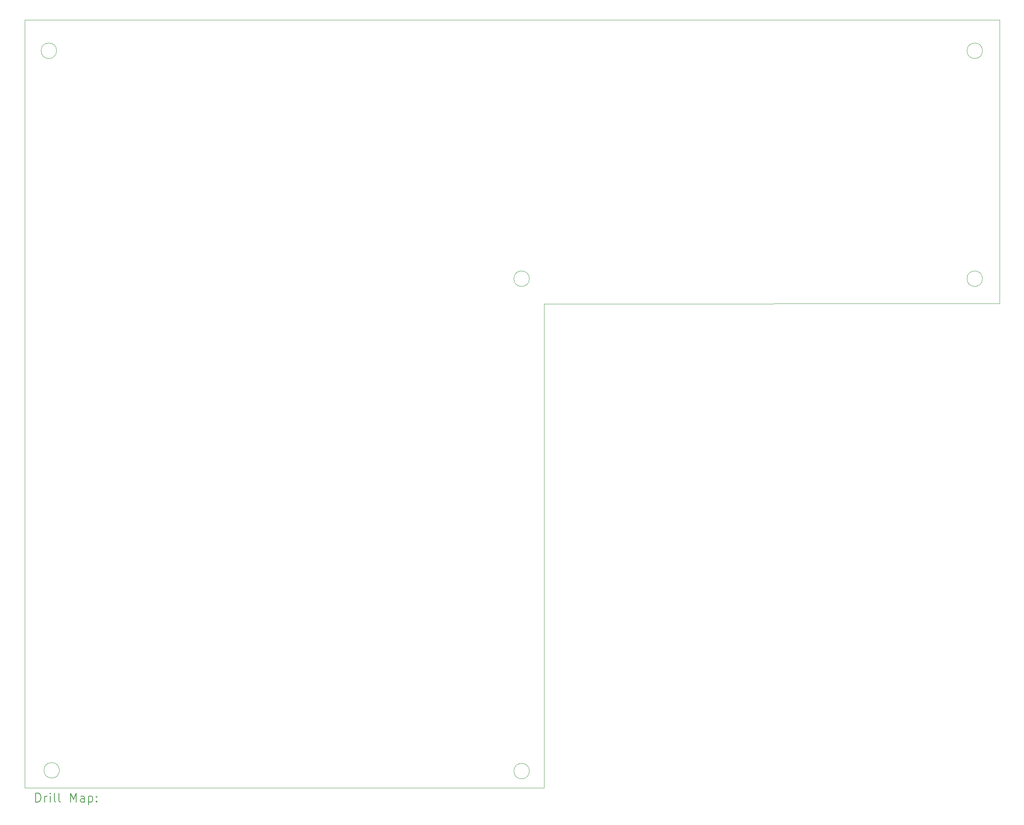
<source format=gbr>
%FSLAX45Y45*%
G04 Gerber Fmt 4.5, Leading zero omitted, Abs format (unit mm)*
G04 Created by KiCad (PCBNEW (6.0.6)) date 2022-10-29 21:57:21*
%MOMM*%
%LPD*%
G01*
G04 APERTURE LIST*
%TA.AperFunction,Profile*%
%ADD10C,0.100000*%
%TD*%
%ADD11C,0.200000*%
G04 APERTURE END LIST*
D10*
X14922500Y-7810500D02*
X25200000Y-7800000D01*
X14589500Y-7239000D02*
G75*
G03*
X14589500Y-7239000I-175000J0D01*
G01*
X3985000Y-18334700D02*
G75*
G03*
X3985000Y-18334700I-175000J0D01*
G01*
X24813000Y-2095500D02*
G75*
G03*
X24813000Y-2095500I-175000J0D01*
G01*
X14589500Y-18351500D02*
G75*
G03*
X14589500Y-18351500I-175000J0D01*
G01*
X25200000Y-7800000D02*
X25200000Y-1400000D01*
X3921500Y-2095500D02*
G75*
G03*
X3921500Y-2095500I-175000J0D01*
G01*
X25200000Y-1400000D02*
X3200000Y-1400000D01*
X24813000Y-7239000D02*
G75*
G03*
X24813000Y-7239000I-175000J0D01*
G01*
X3200000Y-1400000D02*
X3200000Y-18732500D01*
X14922500Y-18732500D02*
X14922500Y-7810500D01*
X3200000Y-18732500D02*
X14922500Y-18732500D01*
D11*
X3452619Y-19047976D02*
X3452619Y-18847976D01*
X3500238Y-18847976D01*
X3528809Y-18857500D01*
X3547857Y-18876548D01*
X3557381Y-18895595D01*
X3566905Y-18933690D01*
X3566905Y-18962262D01*
X3557381Y-19000357D01*
X3547857Y-19019405D01*
X3528809Y-19038452D01*
X3500238Y-19047976D01*
X3452619Y-19047976D01*
X3652619Y-19047976D02*
X3652619Y-18914643D01*
X3652619Y-18952738D02*
X3662143Y-18933690D01*
X3671667Y-18924167D01*
X3690714Y-18914643D01*
X3709762Y-18914643D01*
X3776428Y-19047976D02*
X3776428Y-18914643D01*
X3776428Y-18847976D02*
X3766905Y-18857500D01*
X3776428Y-18867024D01*
X3785952Y-18857500D01*
X3776428Y-18847976D01*
X3776428Y-18867024D01*
X3900238Y-19047976D02*
X3881190Y-19038452D01*
X3871667Y-19019405D01*
X3871667Y-18847976D01*
X4005000Y-19047976D02*
X3985952Y-19038452D01*
X3976428Y-19019405D01*
X3976428Y-18847976D01*
X4233571Y-19047976D02*
X4233571Y-18847976D01*
X4300238Y-18990833D01*
X4366905Y-18847976D01*
X4366905Y-19047976D01*
X4547857Y-19047976D02*
X4547857Y-18943214D01*
X4538333Y-18924167D01*
X4519286Y-18914643D01*
X4481190Y-18914643D01*
X4462143Y-18924167D01*
X4547857Y-19038452D02*
X4528810Y-19047976D01*
X4481190Y-19047976D01*
X4462143Y-19038452D01*
X4452619Y-19019405D01*
X4452619Y-19000357D01*
X4462143Y-18981310D01*
X4481190Y-18971786D01*
X4528810Y-18971786D01*
X4547857Y-18962262D01*
X4643095Y-18914643D02*
X4643095Y-19114643D01*
X4643095Y-18924167D02*
X4662143Y-18914643D01*
X4700238Y-18914643D01*
X4719286Y-18924167D01*
X4728810Y-18933690D01*
X4738333Y-18952738D01*
X4738333Y-19009881D01*
X4728810Y-19028929D01*
X4719286Y-19038452D01*
X4700238Y-19047976D01*
X4662143Y-19047976D01*
X4643095Y-19038452D01*
X4824048Y-19028929D02*
X4833571Y-19038452D01*
X4824048Y-19047976D01*
X4814524Y-19038452D01*
X4824048Y-19028929D01*
X4824048Y-19047976D01*
X4824048Y-18924167D02*
X4833571Y-18933690D01*
X4824048Y-18943214D01*
X4814524Y-18933690D01*
X4824048Y-18924167D01*
X4824048Y-18943214D01*
M02*

</source>
